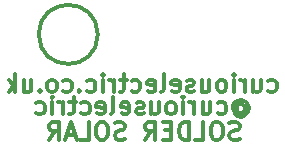
<source format=gbr>
%TF.GenerationSoftware,KiCad,Pcbnew,(5.1.10)-1*%
%TF.CreationDate,2021-07-04T12:46:57+01:00*%
%TF.ProjectId,SolderSolar,536f6c64-6572-4536-9f6c-61722e6b6963,rev?*%
%TF.SameCoordinates,PX6350ce0PY463f660*%
%TF.FileFunction,Legend,Bot*%
%TF.FilePolarity,Positive*%
%FSLAX46Y46*%
G04 Gerber Fmt 4.6, Leading zero omitted, Abs format (unit mm)*
G04 Created by KiCad (PCBNEW (5.1.10)-1) date 2021-07-04 12:46:57*
%MOMM*%
%LPD*%
G01*
G04 APERTURE LIST*
%ADD10C,0.300000*%
G04 APERTURE END LIST*
D10*
X22422428Y24030858D02*
X22208142Y23959429D01*
X21851000Y23959429D01*
X21708142Y24030858D01*
X21636714Y24102286D01*
X21565285Y24245143D01*
X21565285Y24388000D01*
X21636714Y24530858D01*
X21708142Y24602286D01*
X21851000Y24673715D01*
X22136714Y24745143D01*
X22279571Y24816572D01*
X22351000Y24888000D01*
X22422428Y25030858D01*
X22422428Y25173715D01*
X22351000Y25316572D01*
X22279571Y25388000D01*
X22136714Y25459429D01*
X21779571Y25459429D01*
X21565285Y25388000D01*
X20636714Y25459429D02*
X20351000Y25459429D01*
X20208142Y25388000D01*
X20065285Y25245143D01*
X19993857Y24959429D01*
X19993857Y24459429D01*
X20065285Y24173715D01*
X20208142Y24030858D01*
X20351000Y23959429D01*
X20636714Y23959429D01*
X20779571Y24030858D01*
X20922428Y24173715D01*
X20993857Y24459429D01*
X20993857Y24959429D01*
X20922428Y25245143D01*
X20779571Y25388000D01*
X20636714Y25459429D01*
X18636714Y23959429D02*
X19351000Y23959429D01*
X19351000Y25459429D01*
X18136714Y23959429D02*
X18136714Y25459429D01*
X17779571Y25459429D01*
X17565285Y25388000D01*
X17422428Y25245143D01*
X17351000Y25102286D01*
X17279571Y24816572D01*
X17279571Y24602286D01*
X17351000Y24316572D01*
X17422428Y24173715D01*
X17565285Y24030858D01*
X17779571Y23959429D01*
X18136714Y23959429D01*
X16636714Y24745143D02*
X16136714Y24745143D01*
X15922428Y23959429D02*
X16636714Y23959429D01*
X16636714Y25459429D01*
X15922428Y25459429D01*
X14422428Y23959429D02*
X14922428Y24673715D01*
X15279571Y23959429D02*
X15279571Y25459429D01*
X14708142Y25459429D01*
X14565285Y25388000D01*
X14493857Y25316572D01*
X14422428Y25173715D01*
X14422428Y24959429D01*
X14493857Y24816572D01*
X14565285Y24745143D01*
X14708142Y24673715D01*
X15279571Y24673715D01*
X12708142Y24030858D02*
X12493857Y23959429D01*
X12136714Y23959429D01*
X11993857Y24030858D01*
X11922428Y24102286D01*
X11851000Y24245143D01*
X11851000Y24388000D01*
X11922428Y24530858D01*
X11993857Y24602286D01*
X12136714Y24673715D01*
X12422428Y24745143D01*
X12565285Y24816572D01*
X12636714Y24888000D01*
X12708142Y25030858D01*
X12708142Y25173715D01*
X12636714Y25316572D01*
X12565285Y25388000D01*
X12422428Y25459429D01*
X12065285Y25459429D01*
X11851000Y25388000D01*
X10922428Y25459429D02*
X10636714Y25459429D01*
X10493857Y25388000D01*
X10351000Y25245143D01*
X10279571Y24959429D01*
X10279571Y24459429D01*
X10351000Y24173715D01*
X10493857Y24030858D01*
X10636714Y23959429D01*
X10922428Y23959429D01*
X11065285Y24030858D01*
X11208142Y24173715D01*
X11279571Y24459429D01*
X11279571Y24959429D01*
X11208142Y25245143D01*
X11065285Y25388000D01*
X10922428Y25459429D01*
X8922428Y23959429D02*
X9636714Y23959429D01*
X9636714Y25459429D01*
X8493857Y24388000D02*
X7779571Y24388000D01*
X8636714Y23959429D02*
X8136714Y25459429D01*
X7636714Y23959429D01*
X6279571Y23959429D02*
X6779571Y24673715D01*
X7136714Y23959429D02*
X7136714Y25459429D01*
X6565285Y25459429D01*
X6422428Y25388000D01*
X6351000Y25316572D01*
X6279571Y25173715D01*
X6279571Y24959429D01*
X6351000Y24816572D01*
X6422428Y24745143D01*
X6565285Y24673715D01*
X7136714Y24673715D01*
X22224000Y26832715D02*
X22295428Y26904143D01*
X22438285Y26975572D01*
X22581142Y26975572D01*
X22724000Y26904143D01*
X22795428Y26832715D01*
X22866857Y26689858D01*
X22866857Y26547000D01*
X22795428Y26404143D01*
X22724000Y26332715D01*
X22581142Y26261286D01*
X22438285Y26261286D01*
X22295428Y26332715D01*
X22224000Y26404143D01*
X22224000Y26975572D02*
X22224000Y26404143D01*
X22152571Y26332715D01*
X22081142Y26332715D01*
X21938285Y26404143D01*
X21866857Y26547000D01*
X21866857Y26904143D01*
X22009714Y27118429D01*
X22224000Y27261286D01*
X22509714Y27332715D01*
X22795428Y27261286D01*
X23009714Y27118429D01*
X23152571Y26904143D01*
X23224000Y26618429D01*
X23152571Y26332715D01*
X23009714Y26118429D01*
X22795428Y25975572D01*
X22509714Y25904143D01*
X22224000Y25975572D01*
X22009714Y26118429D01*
X20581142Y26189858D02*
X20724000Y26118429D01*
X21009714Y26118429D01*
X21152571Y26189858D01*
X21224000Y26261286D01*
X21295428Y26404143D01*
X21295428Y26832715D01*
X21224000Y26975572D01*
X21152571Y27047000D01*
X21009714Y27118429D01*
X20724000Y27118429D01*
X20581142Y27047000D01*
X19295428Y27118429D02*
X19295428Y26118429D01*
X19938285Y27118429D02*
X19938285Y26332715D01*
X19866857Y26189858D01*
X19724000Y26118429D01*
X19509714Y26118429D01*
X19366857Y26189858D01*
X19295428Y26261286D01*
X18581142Y26118429D02*
X18581142Y27118429D01*
X18581142Y26832715D02*
X18509714Y26975572D01*
X18438285Y27047000D01*
X18295428Y27118429D01*
X18152571Y27118429D01*
X17652571Y26118429D02*
X17652571Y27118429D01*
X17652571Y27618429D02*
X17724000Y27547000D01*
X17652571Y27475572D01*
X17581142Y27547000D01*
X17652571Y27618429D01*
X17652571Y27475572D01*
X16724000Y26118429D02*
X16866857Y26189858D01*
X16938285Y26261286D01*
X17009714Y26404143D01*
X17009714Y26832715D01*
X16938285Y26975572D01*
X16866857Y27047000D01*
X16724000Y27118429D01*
X16509714Y27118429D01*
X16366857Y27047000D01*
X16295428Y26975572D01*
X16224000Y26832715D01*
X16224000Y26404143D01*
X16295428Y26261286D01*
X16366857Y26189858D01*
X16509714Y26118429D01*
X16724000Y26118429D01*
X14938285Y27118429D02*
X14938285Y26118429D01*
X15581142Y27118429D02*
X15581142Y26332715D01*
X15509714Y26189858D01*
X15366857Y26118429D01*
X15152571Y26118429D01*
X15009714Y26189858D01*
X14938285Y26261286D01*
X14295428Y26189858D02*
X14152571Y26118429D01*
X13866857Y26118429D01*
X13724000Y26189858D01*
X13652571Y26332715D01*
X13652571Y26404143D01*
X13724000Y26547000D01*
X13866857Y26618429D01*
X14081142Y26618429D01*
X14224000Y26689858D01*
X14295428Y26832715D01*
X14295428Y26904143D01*
X14224000Y27047000D01*
X14081142Y27118429D01*
X13866857Y27118429D01*
X13724000Y27047000D01*
X12438285Y26189858D02*
X12581142Y26118429D01*
X12866857Y26118429D01*
X13009714Y26189858D01*
X13081142Y26332715D01*
X13081142Y26904143D01*
X13009714Y27047000D01*
X12866857Y27118429D01*
X12581142Y27118429D01*
X12438285Y27047000D01*
X12366857Y26904143D01*
X12366857Y26761286D01*
X13081142Y26618429D01*
X11509714Y26118429D02*
X11652571Y26189858D01*
X11724000Y26332715D01*
X11724000Y27618429D01*
X10366857Y26189858D02*
X10509714Y26118429D01*
X10795428Y26118429D01*
X10938285Y26189858D01*
X11009714Y26332715D01*
X11009714Y26904143D01*
X10938285Y27047000D01*
X10795428Y27118429D01*
X10509714Y27118429D01*
X10366857Y27047000D01*
X10295428Y26904143D01*
X10295428Y26761286D01*
X11009714Y26618429D01*
X9009714Y26189858D02*
X9152571Y26118429D01*
X9438285Y26118429D01*
X9581142Y26189858D01*
X9652571Y26261286D01*
X9724000Y26404143D01*
X9724000Y26832715D01*
X9652571Y26975572D01*
X9581142Y27047000D01*
X9438285Y27118429D01*
X9152571Y27118429D01*
X9009714Y27047000D01*
X8581142Y27118429D02*
X8009714Y27118429D01*
X8366857Y27618429D02*
X8366857Y26332715D01*
X8295428Y26189858D01*
X8152571Y26118429D01*
X8009714Y26118429D01*
X7509714Y26118429D02*
X7509714Y27118429D01*
X7509714Y26832715D02*
X7438285Y26975572D01*
X7366857Y27047000D01*
X7224000Y27118429D01*
X7081142Y27118429D01*
X6581142Y26118429D02*
X6581142Y27118429D01*
X6581142Y27618429D02*
X6652571Y27547000D01*
X6581142Y27475572D01*
X6509714Y27547000D01*
X6581142Y27618429D01*
X6581142Y27475572D01*
X5224000Y26189858D02*
X5366857Y26118429D01*
X5652571Y26118429D01*
X5795428Y26189858D01*
X5866857Y26261286D01*
X5938285Y26404143D01*
X5938285Y26832715D01*
X5866857Y26975572D01*
X5795428Y27047000D01*
X5652571Y27118429D01*
X5366857Y27118429D01*
X5224000Y27047000D01*
X24866857Y28094858D02*
X25009714Y28023429D01*
X25295428Y28023429D01*
X25438285Y28094858D01*
X25509714Y28166286D01*
X25581142Y28309143D01*
X25581142Y28737715D01*
X25509714Y28880572D01*
X25438285Y28952000D01*
X25295428Y29023429D01*
X25009714Y29023429D01*
X24866857Y28952000D01*
X23581142Y29023429D02*
X23581142Y28023429D01*
X24224000Y29023429D02*
X24224000Y28237715D01*
X24152571Y28094858D01*
X24009714Y28023429D01*
X23795428Y28023429D01*
X23652571Y28094858D01*
X23581142Y28166286D01*
X22866857Y28023429D02*
X22866857Y29023429D01*
X22866857Y28737715D02*
X22795428Y28880572D01*
X22724000Y28952000D01*
X22581142Y29023429D01*
X22438285Y29023429D01*
X21938285Y28023429D02*
X21938285Y29023429D01*
X21938285Y29523429D02*
X22009714Y29452000D01*
X21938285Y29380572D01*
X21866857Y29452000D01*
X21938285Y29523429D01*
X21938285Y29380572D01*
X21009714Y28023429D02*
X21152571Y28094858D01*
X21224000Y28166286D01*
X21295428Y28309143D01*
X21295428Y28737715D01*
X21224000Y28880572D01*
X21152571Y28952000D01*
X21009714Y29023429D01*
X20795428Y29023429D01*
X20652571Y28952000D01*
X20581142Y28880572D01*
X20509714Y28737715D01*
X20509714Y28309143D01*
X20581142Y28166286D01*
X20652571Y28094858D01*
X20795428Y28023429D01*
X21009714Y28023429D01*
X19224000Y29023429D02*
X19224000Y28023429D01*
X19866857Y29023429D02*
X19866857Y28237715D01*
X19795428Y28094858D01*
X19652571Y28023429D01*
X19438285Y28023429D01*
X19295428Y28094858D01*
X19224000Y28166286D01*
X18581142Y28094858D02*
X18438285Y28023429D01*
X18152571Y28023429D01*
X18009714Y28094858D01*
X17938285Y28237715D01*
X17938285Y28309143D01*
X18009714Y28452000D01*
X18152571Y28523429D01*
X18366857Y28523429D01*
X18509714Y28594858D01*
X18581142Y28737715D01*
X18581142Y28809143D01*
X18509714Y28952000D01*
X18366857Y29023429D01*
X18152571Y29023429D01*
X18009714Y28952000D01*
X16724000Y28094858D02*
X16866857Y28023429D01*
X17152571Y28023429D01*
X17295428Y28094858D01*
X17366857Y28237715D01*
X17366857Y28809143D01*
X17295428Y28952000D01*
X17152571Y29023429D01*
X16866857Y29023429D01*
X16724000Y28952000D01*
X16652571Y28809143D01*
X16652571Y28666286D01*
X17366857Y28523429D01*
X15795428Y28023429D02*
X15938285Y28094858D01*
X16009714Y28237715D01*
X16009714Y29523429D01*
X14652571Y28094858D02*
X14795428Y28023429D01*
X15081142Y28023429D01*
X15224000Y28094858D01*
X15295428Y28237715D01*
X15295428Y28809143D01*
X15224000Y28952000D01*
X15081142Y29023429D01*
X14795428Y29023429D01*
X14652571Y28952000D01*
X14581142Y28809143D01*
X14581142Y28666286D01*
X15295428Y28523429D01*
X13295428Y28094858D02*
X13438285Y28023429D01*
X13724000Y28023429D01*
X13866857Y28094858D01*
X13938285Y28166286D01*
X14009714Y28309143D01*
X14009714Y28737715D01*
X13938285Y28880572D01*
X13866857Y28952000D01*
X13724000Y29023429D01*
X13438285Y29023429D01*
X13295428Y28952000D01*
X12866857Y29023429D02*
X12295428Y29023429D01*
X12652571Y29523429D02*
X12652571Y28237715D01*
X12581142Y28094858D01*
X12438285Y28023429D01*
X12295428Y28023429D01*
X11795428Y28023429D02*
X11795428Y29023429D01*
X11795428Y28737715D02*
X11724000Y28880572D01*
X11652571Y28952000D01*
X11509714Y29023429D01*
X11366857Y29023429D01*
X10866857Y28023429D02*
X10866857Y29023429D01*
X10866857Y29523429D02*
X10938285Y29452000D01*
X10866857Y29380572D01*
X10795428Y29452000D01*
X10866857Y29523429D01*
X10866857Y29380572D01*
X9509714Y28094858D02*
X9652571Y28023429D01*
X9938285Y28023429D01*
X10081142Y28094858D01*
X10152571Y28166286D01*
X10224000Y28309143D01*
X10224000Y28737715D01*
X10152571Y28880572D01*
X10081142Y28952000D01*
X9938285Y29023429D01*
X9652571Y29023429D01*
X9509714Y28952000D01*
X8866857Y28166286D02*
X8795428Y28094858D01*
X8866857Y28023429D01*
X8938285Y28094858D01*
X8866857Y28166286D01*
X8866857Y28023429D01*
X7509714Y28094858D02*
X7652571Y28023429D01*
X7938285Y28023429D01*
X8081142Y28094858D01*
X8152571Y28166286D01*
X8224000Y28309143D01*
X8224000Y28737715D01*
X8152571Y28880572D01*
X8081142Y28952000D01*
X7938285Y29023429D01*
X7652571Y29023429D01*
X7509714Y28952000D01*
X6652571Y28023429D02*
X6795428Y28094858D01*
X6866857Y28166286D01*
X6938285Y28309143D01*
X6938285Y28737715D01*
X6866857Y28880572D01*
X6795428Y28952000D01*
X6652571Y29023429D01*
X6438285Y29023429D01*
X6295428Y28952000D01*
X6224000Y28880572D01*
X6152571Y28737715D01*
X6152571Y28309143D01*
X6224000Y28166286D01*
X6295428Y28094858D01*
X6438285Y28023429D01*
X6652571Y28023429D01*
X5509714Y28166286D02*
X5438285Y28094858D01*
X5509714Y28023429D01*
X5581142Y28094858D01*
X5509714Y28166286D01*
X5509714Y28023429D01*
X4152571Y29023429D02*
X4152571Y28023429D01*
X4795428Y29023429D02*
X4795428Y28237715D01*
X4724000Y28094858D01*
X4581142Y28023429D01*
X4366857Y28023429D01*
X4224000Y28094858D01*
X4152571Y28166286D01*
X3438285Y28023429D02*
X3438285Y29523429D01*
X3295428Y28594858D02*
X2866857Y28023429D01*
X2866857Y29023429D02*
X3438285Y28452000D01*
%TO.C,SC1*%
X10419000Y32881000D02*
G75*
G03*
X10419000Y32881000I-2500000J0D01*
G01*
%TD*%
M02*

</source>
